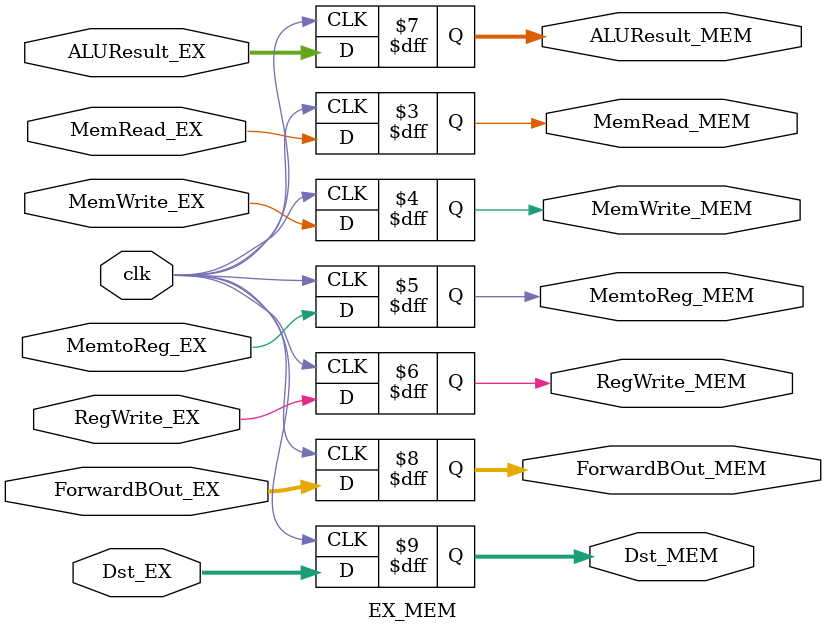
<source format=v>
`timescale 1ns / 1ps


module EX_MEM(
    input               clk,
    input               MemRead_EX,
                        MemWrite_EX, //M
                        MemtoReg_EX, //WB
                        RegWrite_EX, //for use
    input       [31:0]  ALUResult_EX,
                        ForwardBOut_EX,
    input       [4:0]   Dst_EX,

    output  reg         MemRead_MEM,
                        MemWrite_MEM, //M
                        MemtoReg_MEM, //WB
                        RegWrite_MEM, //for use
    output  reg [31:0]  ALUResult_MEM,
                        ForwardBOut_MEM,
    output  reg [4:0]   Dst_MEM
);

    initial begin
        MemRead_MEM = 1'b0;
        MemWrite_MEM = 1'b0;
        MemtoReg_MEM = 1'b0;
        RegWrite_MEM = 1'b0;
        ALUResult_MEM = 32'b0;
        ForwardBOut_MEM = 32'b0;
        Dst_MEM = 5'b0;
    end

    always @(posedge clk) begin
            MemRead_MEM <= MemRead_EX;
            MemWrite_MEM <= MemWrite_EX;
            MemtoReg_MEM <= MemtoReg_EX;
            RegWrite_MEM <= RegWrite_EX;
            ALUResult_MEM <= ALUResult_EX;
            ForwardBOut_MEM <= ForwardBOut_EX;
            Dst_MEM <= Dst_EX;
    end

endmodule
</source>
